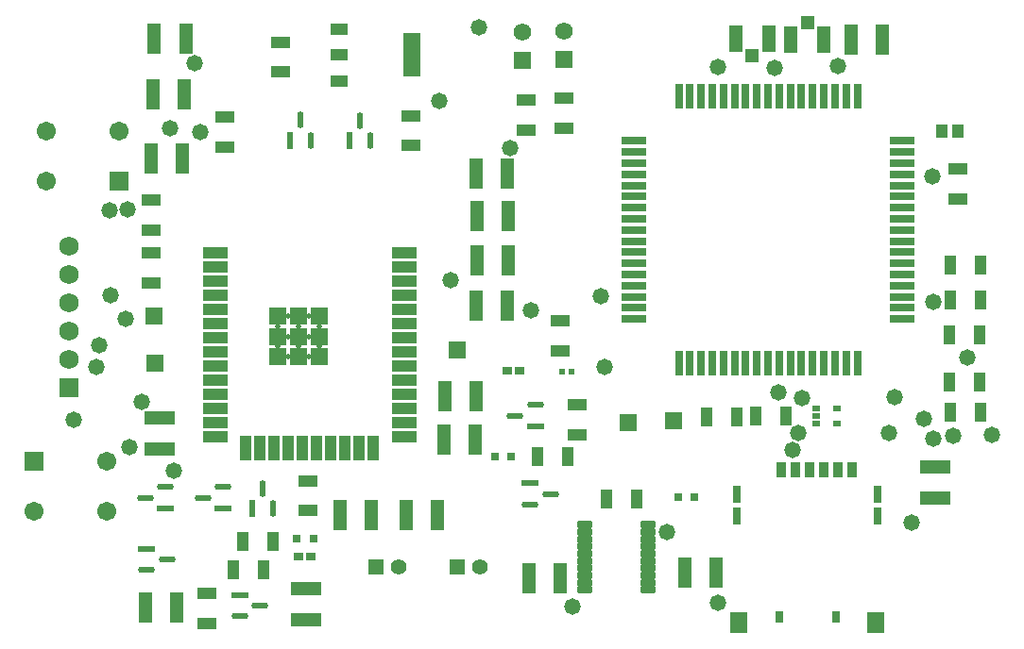
<source format=gts>
G04*
G04 #@! TF.GenerationSoftware,Altium Limited,Altium Designer,22.5.1 (42)*
G04*
G04 Layer_Color=8388736*
%FSLAX44Y44*%
%MOMM*%
G71*
G04*
G04 #@! TF.SameCoordinates,196CC927-6612-49A9-9877-457204B07366*
G04*
G04*
G04 #@! TF.FilePolarity,Negative*
G04*
G01*
G75*
G04:AMPARAMS|DCode=16|XSize=1.5242mm|YSize=0.578mm|CornerRadius=0.289mm|HoleSize=0mm|Usage=FLASHONLY|Rotation=90.000|XOffset=0mm|YOffset=0mm|HoleType=Round|Shape=RoundedRectangle|*
%AMROUNDEDRECTD16*
21,1,1.5242,0.0000,0,0,90.0*
21,1,0.9463,0.5780,0,0,90.0*
1,1,0.5780,0.0000,0.4731*
1,1,0.5780,0.0000,-0.4731*
1,1,0.5780,0.0000,-0.4731*
1,1,0.5780,0.0000,0.4731*
%
%ADD16ROUNDEDRECTD16*%
%ADD17R,0.5780X1.5242*%
G04:AMPARAMS|DCode=21|XSize=1.5242mm|YSize=0.578mm|CornerRadius=0.289mm|HoleSize=0mm|Usage=FLASHONLY|Rotation=180.000|XOffset=0mm|YOffset=0mm|HoleType=Round|Shape=RoundedRectangle|*
%AMROUNDEDRECTD21*
21,1,1.5242,0.0000,0,0,180.0*
21,1,0.9463,0.5780,0,0,180.0*
1,1,0.5780,-0.4731,0.0000*
1,1,0.5780,0.4731,0.0000*
1,1,0.5780,0.4731,0.0000*
1,1,0.5780,-0.4731,0.0000*
%
%ADD21ROUNDEDRECTD21*%
%ADD22R,1.5242X0.5780*%
%ADD28R,0.5000X0.6000*%
%ADD29R,0.8000X0.8000*%
%ADD38R,1.5000X4.0000*%
%ADD39R,1.5000X1.0000*%
%ADD42R,1.0061X1.3082*%
%ADD43R,2.2032X1.1032*%
%ADD44R,1.1032X2.2032*%
%ADD45R,1.5332X1.5332*%
%ADD46R,1.8032X1.1032*%
%ADD47R,1.1532X2.8032*%
%ADD48R,0.9032X0.7032*%
%ADD49R,1.1032X1.8032*%
%ADD50R,2.8032X1.1532*%
%ADD51R,1.2032X1.2532*%
%ADD52R,1.2532X2.4032*%
G04:AMPARAMS|DCode=53|XSize=0.6032mm|YSize=1.4032mm|CornerRadius=0.1516mm|HoleSize=0mm|Usage=FLASHONLY|Rotation=270.000|XOffset=0mm|YOffset=0mm|HoleType=Round|Shape=RoundedRectangle|*
%AMROUNDEDRECTD53*
21,1,0.6032,1.1000,0,0,270.0*
21,1,0.3000,1.4032,0,0,270.0*
1,1,0.3032,-0.5500,-0.1500*
1,1,0.3032,-0.5500,0.1500*
1,1,0.3032,0.5500,0.1500*
1,1,0.3032,0.5500,-0.1500*
%
%ADD53ROUNDEDRECTD53*%
%ADD54R,0.7032X0.6032*%
%ADD55R,0.8532X1.3532*%
%ADD56R,0.6532X1.5032*%
%ADD57R,1.6032X1.9032*%
%ADD58R,0.7432X1.0032*%
%ADD59R,2.2032X0.7032*%
%ADD60R,0.7032X2.2032*%
%ADD61R,1.5732X1.5732*%
%ADD62C,0.5032*%
%ADD63C,1.4032*%
%ADD64R,1.4032X1.4032*%
%ADD65R,1.7032X1.7032*%
%ADD66C,1.7032*%
%ADD67R,1.7332X1.7332*%
%ADD68C,1.7332*%
%ADD69R,1.5732X1.5732*%
%ADD70C,1.5732*%
%ADD71C,1.4732*%
D16*
X-126565Y169463D02*
D03*
X-117065Y151259D02*
D03*
X-179831Y169987D02*
D03*
X-170331Y151783D02*
D03*
X-213647Y-160603D02*
D03*
X-204147Y-178807D02*
D03*
D17*
X-136065Y151259D02*
D03*
X-189331Y151783D02*
D03*
X-223147Y-178807D02*
D03*
D21*
X-318831Y-168914D02*
D03*
X-300627Y-159414D02*
D03*
X-267014Y-169033D02*
D03*
X-248810Y-159533D02*
D03*
X12559Y-95260D02*
D03*
X30763Y-85760D02*
D03*
X44580Y-165646D02*
D03*
X26377Y-175146D02*
D03*
X-299389Y-224530D02*
D03*
X-317593Y-234030D02*
D03*
X-215975Y-265950D02*
D03*
X-234179Y-275450D02*
D03*
D22*
X-300627Y-178414D02*
D03*
X-248810Y-178533D02*
D03*
X30763Y-104760D02*
D03*
X26377Y-156146D02*
D03*
X-317593Y-215030D02*
D03*
X-234179Y-256450D02*
D03*
D28*
X54436Y-55453D02*
D03*
X63436D02*
D03*
D29*
X9316Y-132201D02*
D03*
X-5684D02*
D03*
X173661Y-168861D02*
D03*
X158661D02*
D03*
X-167907Y-206077D02*
D03*
X-182907D02*
D03*
D38*
X-80164Y228292D02*
D03*
D39*
X-145164Y205292D02*
D03*
Y228292D02*
D03*
Y251292D02*
D03*
D42*
X409384Y160306D02*
D03*
X394863D02*
D03*
D43*
X-256301Y50809D02*
D03*
Y38109D02*
D03*
Y25409D02*
D03*
Y12709D02*
D03*
Y9D02*
D03*
Y-12691D02*
D03*
Y-25391D02*
D03*
Y-38091D02*
D03*
Y-50791D02*
D03*
Y-63491D02*
D03*
Y-76191D02*
D03*
Y-88891D02*
D03*
Y-101591D02*
D03*
Y-114291D02*
D03*
X-86301D02*
D03*
Y-101591D02*
D03*
Y-88891D02*
D03*
Y-76191D02*
D03*
Y-63491D02*
D03*
Y-50791D02*
D03*
Y-38091D02*
D03*
Y-25391D02*
D03*
Y-12691D02*
D03*
Y9D02*
D03*
Y12709D02*
D03*
Y25409D02*
D03*
Y38109D02*
D03*
Y50809D02*
D03*
D44*
X-228451Y-124291D02*
D03*
X-215751D02*
D03*
X-203051D02*
D03*
X-190351D02*
D03*
X-177651D02*
D03*
X-164951D02*
D03*
X-152251D02*
D03*
X-139551D02*
D03*
X-126851D02*
D03*
X-114151D02*
D03*
D45*
X-199651Y-5841D02*
D03*
X-181301D02*
D03*
X-162951D02*
D03*
X-199651Y-24191D02*
D03*
X-181301D02*
D03*
X-162951D02*
D03*
X-199651Y-42541D02*
D03*
X-181301D02*
D03*
X-162951D02*
D03*
D46*
X-313826Y98449D02*
D03*
Y71449D02*
D03*
Y24024D02*
D03*
Y51024D02*
D03*
X22451Y161148D02*
D03*
Y188148D02*
D03*
X-247571Y146010D02*
D03*
Y173010D02*
D03*
X-80528Y173953D02*
D03*
Y146953D02*
D03*
X56161Y163013D02*
D03*
Y190013D02*
D03*
X52898Y-9843D02*
D03*
Y-36843D02*
D03*
X-173081Y-153696D02*
D03*
Y-180697D02*
D03*
X-197575Y239994D02*
D03*
Y212994D02*
D03*
X68305Y-85234D02*
D03*
Y-112234D02*
D03*
X409617Y126424D02*
D03*
Y99424D02*
D03*
X-263925Y-281868D02*
D03*
Y-254868D02*
D03*
D47*
X-318891Y-267698D02*
D03*
X-290891D02*
D03*
X-22076Y3284D02*
D03*
X5924D02*
D03*
X25291Y-241123D02*
D03*
X53291D02*
D03*
X-50134Y-78032D02*
D03*
X-22134D02*
D03*
X-51393Y-116402D02*
D03*
X-23393D02*
D03*
X-84945Y-184205D02*
D03*
X-56946D02*
D03*
X-144531Y-184685D02*
D03*
X-116531D02*
D03*
X-310526Y243318D02*
D03*
X-282526D02*
D03*
X-22037Y121910D02*
D03*
X5963D02*
D03*
X-21159Y83942D02*
D03*
X6841D02*
D03*
X-21717Y44064D02*
D03*
X6283D02*
D03*
X-313664Y135630D02*
D03*
X-285664D02*
D03*
X-311420Y192755D02*
D03*
X-283421D02*
D03*
X192659Y-235929D02*
D03*
X164659D02*
D03*
X313509Y242578D02*
D03*
X341509D02*
D03*
D48*
X-181008Y-222180D02*
D03*
X-170008D02*
D03*
X5449Y-54611D02*
D03*
X16449D02*
D03*
D49*
X-204137Y-208495D02*
D03*
X-231137D02*
D03*
X60099Y-131848D02*
D03*
X33099D02*
D03*
X429828Y39648D02*
D03*
X402828D02*
D03*
X403096Y8815D02*
D03*
X430096D02*
D03*
X255552Y-95648D02*
D03*
X228552D02*
D03*
X184412Y-96218D02*
D03*
X211412D02*
D03*
X-239931Y-234014D02*
D03*
X-212931D02*
D03*
X94760Y-170409D02*
D03*
X121760D02*
D03*
X429322Y-65111D02*
D03*
X402322D02*
D03*
X402992Y-92163D02*
D03*
X429992D02*
D03*
X428655Y-23116D02*
D03*
X401655D02*
D03*
D50*
X-306178Y-125291D02*
D03*
Y-97291D02*
D03*
X389021Y-169280D02*
D03*
Y-141280D02*
D03*
X-174835Y-250876D02*
D03*
Y-278876D02*
D03*
D51*
X225282Y227514D02*
D03*
X274801Y257826D02*
D03*
D52*
X240033Y242764D02*
D03*
X210532D02*
D03*
X260051Y242576D02*
D03*
X289551D02*
D03*
D53*
X74852Y-193182D02*
D03*
Y-199682D02*
D03*
Y-206182D02*
D03*
Y-212682D02*
D03*
Y-219182D02*
D03*
Y-225682D02*
D03*
Y-232182D02*
D03*
Y-238682D02*
D03*
Y-245182D02*
D03*
Y-251682D02*
D03*
X131852Y-193182D02*
D03*
Y-199682D02*
D03*
Y-206182D02*
D03*
Y-212682D02*
D03*
Y-219182D02*
D03*
Y-225682D02*
D03*
Y-232182D02*
D03*
Y-238682D02*
D03*
Y-245182D02*
D03*
Y-251682D02*
D03*
D54*
X282456Y-89064D02*
D03*
Y-95564D02*
D03*
Y-102064D02*
D03*
X301456D02*
D03*
Y-89064D02*
D03*
D55*
X302128Y-144057D02*
D03*
X276728D02*
D03*
X251328D02*
D03*
X314828D02*
D03*
X289428D02*
D03*
X264028D02*
D03*
D56*
X337278Y-165757D02*
D03*
Y-185757D02*
D03*
X211878D02*
D03*
Y-165757D02*
D03*
D57*
X335628Y-281357D02*
D03*
X213528D02*
D03*
D58*
X249178Y-275557D02*
D03*
X299978D02*
D03*
D59*
X119462Y151369D02*
D03*
Y141369D02*
D03*
Y131369D02*
D03*
Y121369D02*
D03*
Y111369D02*
D03*
Y101369D02*
D03*
Y91369D02*
D03*
Y81369D02*
D03*
Y71369D02*
D03*
Y61369D02*
D03*
Y51369D02*
D03*
Y41369D02*
D03*
Y31369D02*
D03*
Y21369D02*
D03*
Y11369D02*
D03*
Y1369D02*
D03*
Y-8631D02*
D03*
X359462D02*
D03*
Y1369D02*
D03*
Y11369D02*
D03*
Y21369D02*
D03*
Y31369D02*
D03*
Y41369D02*
D03*
Y51369D02*
D03*
Y61369D02*
D03*
Y71369D02*
D03*
Y81369D02*
D03*
Y91369D02*
D03*
Y101369D02*
D03*
Y111369D02*
D03*
Y121369D02*
D03*
Y131369D02*
D03*
Y141369D02*
D03*
Y151369D02*
D03*
D60*
X159462Y-48631D02*
D03*
X169462D02*
D03*
X179462D02*
D03*
X189462D02*
D03*
X199462D02*
D03*
X209462D02*
D03*
X219462D02*
D03*
X229462D02*
D03*
X239462D02*
D03*
X249462D02*
D03*
X259462D02*
D03*
X269462D02*
D03*
X279462D02*
D03*
X289462D02*
D03*
X299462D02*
D03*
X309462D02*
D03*
X319462D02*
D03*
Y191369D02*
D03*
X309462D02*
D03*
X299462D02*
D03*
X289462D02*
D03*
X279462D02*
D03*
X269462D02*
D03*
X259462D02*
D03*
X249462D02*
D03*
X239462D02*
D03*
X229462D02*
D03*
X219462D02*
D03*
X209462D02*
D03*
X199462D02*
D03*
X189462D02*
D03*
X179462D02*
D03*
X169462D02*
D03*
X159462D02*
D03*
D61*
X-309977Y-48151D02*
D03*
X-310834Y-6056D02*
D03*
X56161Y224826D02*
D03*
X18989Y223286D02*
D03*
D62*
X-190476Y-5841D02*
D03*
X-172126D02*
D03*
X-199651Y-15016D02*
D03*
X-181301D02*
D03*
X-162951D02*
D03*
X-190476Y-24191D02*
D03*
X-172126D02*
D03*
X-199651Y-33366D02*
D03*
X-181301D02*
D03*
X-162951D02*
D03*
X-190476Y-42541D02*
D03*
X-172126D02*
D03*
D63*
X-91747Y-230977D02*
D03*
X-19105Y-230977D02*
D03*
D64*
X-111747Y-230977D02*
D03*
X-39105Y-230977D02*
D03*
D65*
X-418550Y-136051D02*
D03*
X-342321Y115359D02*
D03*
D66*
X-353550Y-136051D02*
D03*
Y-181051D02*
D03*
X-418550D02*
D03*
X-407321Y115359D02*
D03*
Y160359D02*
D03*
X-342321D02*
D03*
D67*
X-387141Y-70023D02*
D03*
D68*
Y-44623D02*
D03*
Y-19223D02*
D03*
Y6177D02*
D03*
Y31577D02*
D03*
Y56978D02*
D03*
D69*
X-39127Y-36549D02*
D03*
X114227Y-101278D02*
D03*
X154871Y-100144D02*
D03*
D70*
X56161Y250226D02*
D03*
X18989Y248686D02*
D03*
D71*
X-19575Y252787D02*
D03*
X-274503Y221214D02*
D03*
X-269594Y158983D02*
D03*
X-296607Y162362D02*
D03*
X-332569Y-123600D02*
D03*
X-382974Y-98674D02*
D03*
X368303Y-191168D02*
D03*
X194911Y-263036D02*
D03*
X261022Y-125836D02*
D03*
X266255Y-111172D02*
D03*
X352686Y-78359D02*
D03*
X378853Y-98560D02*
D03*
X348109Y-110542D02*
D03*
X387397Y-115927D02*
D03*
X405391Y-113351D02*
D03*
X269896Y-79800D02*
D03*
X194757Y217497D02*
D03*
X245494Y217142D02*
D03*
X386414Y119599D02*
D03*
X302187Y218628D02*
D03*
X418270Y-42987D02*
D03*
X387726Y7217D02*
D03*
X439823Y-112649D02*
D03*
X7853Y144996D02*
D03*
X-55410Y187072D02*
D03*
X-45450Y26672D02*
D03*
X26931Y-1152D02*
D03*
X248776Y-74837D02*
D03*
X92657Y-51294D02*
D03*
X-350759Y88930D02*
D03*
X-349814Y12729D02*
D03*
X-336316Y-8473D02*
D03*
X-334415Y89901D02*
D03*
X-322061Y-82613D02*
D03*
X-362219Y-51485D02*
D03*
X-360158Y-31751D02*
D03*
X-292780Y-144982D02*
D03*
X89670Y12013D02*
D03*
X149208Y-200002D02*
D03*
X64356Y-266975D02*
D03*
M02*

</source>
